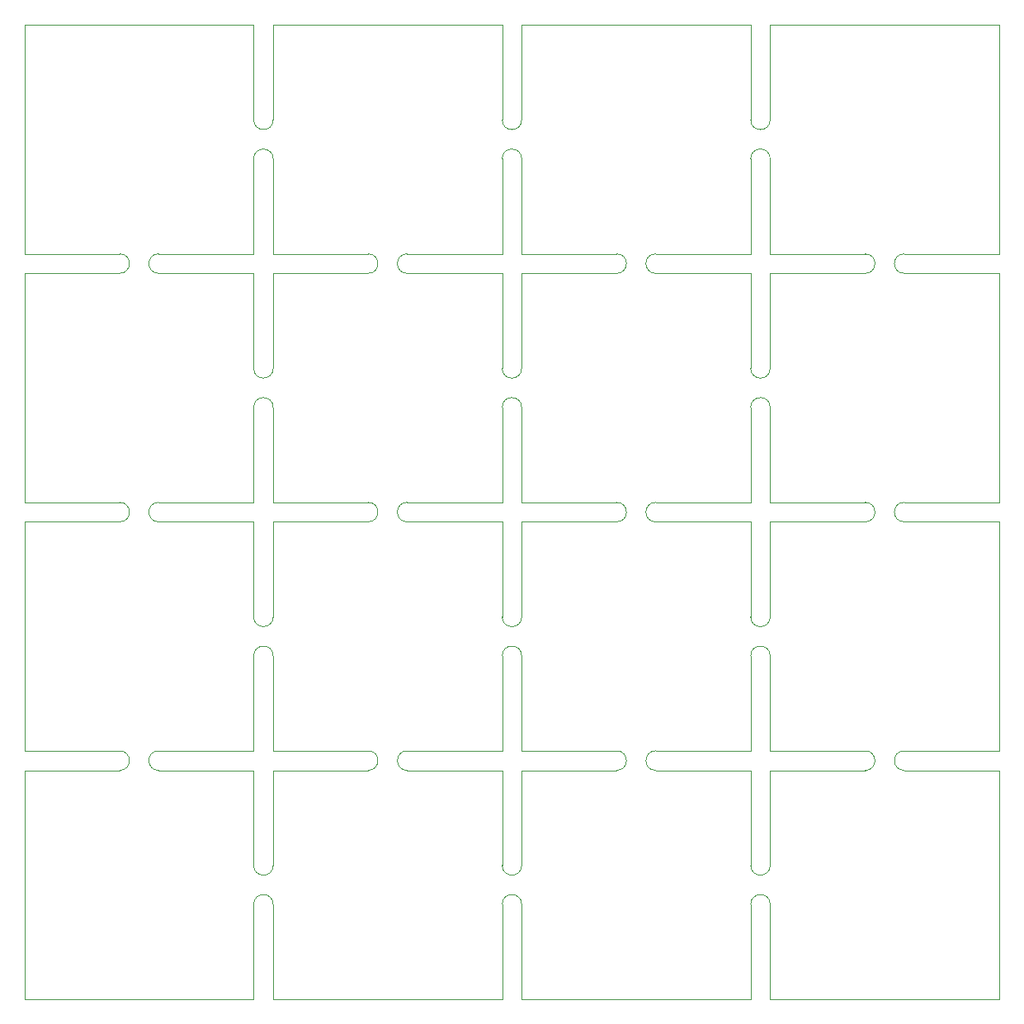
<source format=gbr>
G04 #@! TF.GenerationSoftware,KiCad,Pcbnew,(5.1.5)-3*
G04 #@! TF.CreationDate,2020-03-02T00:01:08+01:00*
G04 #@! TF.ProjectId,Powersavers,506f7765-7273-4617-9665-72732e6b6963,rev?*
G04 #@! TF.SameCoordinates,Original*
G04 #@! TF.FileFunction,Profile,NP*
%FSLAX46Y46*%
G04 Gerber Fmt 4.6, Leading zero omitted, Abs format (unit mm)*
G04 Created by KiCad (PCBNEW (5.1.5)-3) date 2020-03-02 00:01:08*
%MOMM*%
%LPD*%
G04 APERTURE LIST*
%ADD10C,0.050000*%
G04 APERTURE END LIST*
D10*
X116250000Y-30000000D02*
X120250000Y-30000000D01*
X90750000Y-30000000D02*
X94750000Y-30000000D01*
X65250000Y-30000000D02*
X69250000Y-30000000D01*
X39750000Y-30000000D02*
X43750000Y-30000000D01*
X30000000Y-39750000D02*
X30000000Y-43750000D01*
X30000000Y-65250000D02*
X30000000Y-69250000D01*
X30000000Y-90750000D02*
X30000000Y-94750000D01*
X30000000Y-120250000D02*
X30000000Y-116250000D01*
X39750000Y-130000000D02*
X43750000Y-130000000D01*
X69250000Y-130000000D02*
X65250000Y-130000000D01*
X94750000Y-130000000D02*
X90750000Y-130000000D01*
X120250000Y-130000000D02*
X116250000Y-130000000D01*
X130000000Y-116250000D02*
X130000000Y-120250000D01*
X130000000Y-90750000D02*
X130000000Y-94750000D01*
X130000000Y-65250000D02*
X130000000Y-69250000D01*
X130000000Y-39750000D02*
X130000000Y-43750000D01*
X106500000Y-120250000D02*
X106500000Y-130000000D01*
X81000000Y-120250000D02*
X81000000Y-130000000D01*
X55500000Y-120250000D02*
X55500000Y-130000000D01*
X30000000Y-120250000D02*
X30000000Y-130000000D01*
X106500000Y-94750000D02*
X106500000Y-104500000D01*
X81000000Y-94750000D02*
X81000000Y-104500000D01*
X55500000Y-94750000D02*
X55500000Y-104500000D01*
X30000000Y-94750000D02*
X30000000Y-104500000D01*
X106500000Y-69250000D02*
X106500000Y-79000000D01*
X81000000Y-69250000D02*
X81000000Y-79000000D01*
X55500000Y-69250000D02*
X55500000Y-79000000D01*
X30000000Y-69250000D02*
X30000000Y-79000000D01*
X106500000Y-43750000D02*
X106500000Y-53500000D01*
X81000000Y-43750000D02*
X81000000Y-53500000D01*
X55500000Y-43750000D02*
X55500000Y-53500000D01*
X130000000Y-106500000D02*
X120250000Y-106500000D01*
X104500000Y-106500000D02*
X94750000Y-106500000D01*
X79000000Y-106500000D02*
X69250000Y-106500000D01*
X53500000Y-106500000D02*
X43750000Y-106500000D01*
X130000000Y-81000000D02*
X120250000Y-81000000D01*
X104500000Y-81000000D02*
X94750000Y-81000000D01*
X79000000Y-81000000D02*
X69250000Y-81000000D01*
X53500000Y-81000000D02*
X43750000Y-81000000D01*
X130000000Y-55500000D02*
X120250000Y-55500000D01*
X104500000Y-55500000D02*
X94750000Y-55500000D01*
X79000000Y-55500000D02*
X69250000Y-55500000D01*
X53500000Y-55500000D02*
X43750000Y-55500000D01*
X130000000Y-30000000D02*
X120250000Y-30000000D01*
X104500000Y-30000000D02*
X94750000Y-30000000D01*
X79000000Y-30000000D02*
X69250000Y-30000000D01*
X130000000Y-130000000D02*
X120250000Y-130000000D01*
X104500000Y-130000000D02*
X94750000Y-130000000D01*
X79000000Y-130000000D02*
X69250000Y-130000000D01*
X53500000Y-130000000D02*
X43750000Y-130000000D01*
X130000000Y-104500000D02*
X120250000Y-104500000D01*
X104500000Y-104500000D02*
X94750000Y-104500000D01*
X79000000Y-104500000D02*
X69250000Y-104500000D01*
X53500000Y-104500000D02*
X43750000Y-104500000D01*
X130000000Y-79000000D02*
X120250000Y-79000000D01*
X104500000Y-79000000D02*
X94750000Y-79000000D01*
X79000000Y-79000000D02*
X69250000Y-79000000D01*
X53500000Y-79000000D02*
X43750000Y-79000000D01*
X130000000Y-53500000D02*
X120250000Y-53500000D01*
X104500000Y-53500000D02*
X94750000Y-53500000D01*
X79000000Y-53500000D02*
X69250000Y-53500000D01*
X106500000Y-106500000D02*
X106500000Y-116250000D01*
X81000000Y-106500000D02*
X81000000Y-116250000D01*
X55500000Y-106500000D02*
X55500000Y-116250000D01*
X30000000Y-106500000D02*
X30000000Y-116250000D01*
X106500000Y-81000000D02*
X106500000Y-90750000D01*
X81000000Y-81000000D02*
X81000000Y-90750000D01*
X55500000Y-81000000D02*
X55500000Y-90750000D01*
X30000000Y-81000000D02*
X30000000Y-90750000D01*
X106500000Y-55500000D02*
X106500000Y-65250000D01*
X81000000Y-55500000D02*
X81000000Y-65250000D01*
X55500000Y-55500000D02*
X55500000Y-65250000D01*
X30000000Y-55500000D02*
X30000000Y-65250000D01*
X106500000Y-30000000D02*
X106500000Y-39750000D01*
X81000000Y-30000000D02*
X81000000Y-39750000D01*
X55500000Y-30000000D02*
X55500000Y-39750000D01*
X106500000Y-130000000D02*
X116250000Y-130000000D01*
X81000000Y-130000000D02*
X90750000Y-130000000D01*
X55500000Y-130000000D02*
X65250000Y-130000000D01*
X30000000Y-130000000D02*
X39750000Y-130000000D01*
X106500000Y-104500000D02*
X116250000Y-104500000D01*
X81000000Y-104500000D02*
X90750000Y-104500000D01*
X55500000Y-104500000D02*
X65250000Y-104500000D01*
X30000000Y-104500000D02*
X39750000Y-104500000D01*
X106500000Y-79000000D02*
X116250000Y-79000000D01*
X81000000Y-79000000D02*
X90750000Y-79000000D01*
X55500000Y-79000000D02*
X65250000Y-79000000D01*
X30000000Y-79000000D02*
X39750000Y-79000000D01*
X106500000Y-53500000D02*
X116250000Y-53500000D01*
X81000000Y-53500000D02*
X90750000Y-53500000D01*
X55500000Y-53500000D02*
X65250000Y-53500000D01*
X104500000Y-120250000D02*
G75*
G02X106500000Y-120250000I1000000J0D01*
G01*
X79000000Y-120250000D02*
G75*
G02X81000000Y-120250000I1000000J0D01*
G01*
X53500000Y-120250000D02*
G75*
G02X55500000Y-120250000I1000000J0D01*
G01*
X104500000Y-94750000D02*
G75*
G02X106500000Y-94750000I1000000J0D01*
G01*
X79000000Y-94750000D02*
G75*
G02X81000000Y-94750000I1000000J0D01*
G01*
X53500000Y-94750000D02*
G75*
G02X55500000Y-94750000I1000000J0D01*
G01*
X104500000Y-69250000D02*
G75*
G02X106500000Y-69250000I1000000J0D01*
G01*
X79000000Y-69250000D02*
G75*
G02X81000000Y-69250000I1000000J0D01*
G01*
X53500000Y-69250000D02*
G75*
G02X55500000Y-69250000I1000000J0D01*
G01*
X104500000Y-43750000D02*
G75*
G02X106500000Y-43750000I1000000J0D01*
G01*
X79000000Y-43750000D02*
G75*
G02X81000000Y-43750000I1000000J0D01*
G01*
X53500000Y-43750000D02*
G75*
G02X55500000Y-43750000I1000000J0D01*
G01*
X106500000Y-116250000D02*
G75*
G02X104500000Y-116250000I-1000000J0D01*
G01*
X81000000Y-116250000D02*
G75*
G02X79000000Y-116250000I-1000000J0D01*
G01*
X55500000Y-116250000D02*
G75*
G02X53500000Y-116250000I-1000000J0D01*
G01*
X106500000Y-90750000D02*
G75*
G02X104500000Y-90750000I-1000000J0D01*
G01*
X81000000Y-90750000D02*
G75*
G02X79000000Y-90750000I-1000000J0D01*
G01*
X55500000Y-90750000D02*
G75*
G02X53500000Y-90750000I-1000000J0D01*
G01*
X106500000Y-65250000D02*
G75*
G02X104500000Y-65250000I-1000000J0D01*
G01*
X81000000Y-65250000D02*
G75*
G02X79000000Y-65250000I-1000000J0D01*
G01*
X55500000Y-65250000D02*
G75*
G02X53500000Y-65250000I-1000000J0D01*
G01*
X106500000Y-39750000D02*
G75*
G02X104500000Y-39750000I-1000000J0D01*
G01*
X81000000Y-39750000D02*
G75*
G02X79000000Y-39750000I-1000000J0D01*
G01*
X55500000Y-39750000D02*
G75*
G02X53500000Y-39750000I-1000000J0D01*
G01*
X120250000Y-106500000D02*
G75*
G02X120250000Y-104500000I0J1000000D01*
G01*
X94750000Y-106500000D02*
G75*
G02X94750000Y-104500000I0J1000000D01*
G01*
X69250000Y-106500000D02*
G75*
G02X69250000Y-104500000I0J1000000D01*
G01*
X43750000Y-106500000D02*
G75*
G02X43750000Y-104500000I0J1000000D01*
G01*
X120250000Y-81000000D02*
G75*
G02X120250000Y-79000000I0J1000000D01*
G01*
X94750000Y-81000000D02*
G75*
G02X94750000Y-79000000I0J1000000D01*
G01*
X69250000Y-81000000D02*
G75*
G02X69250000Y-79000000I0J1000000D01*
G01*
X43750000Y-81000000D02*
G75*
G02X43750000Y-79000000I0J1000000D01*
G01*
X120250000Y-55500000D02*
G75*
G02X120250000Y-53500000I0J1000000D01*
G01*
X94750000Y-55500000D02*
G75*
G02X94750000Y-53500000I0J1000000D01*
G01*
X69250000Y-55500000D02*
G75*
G02X69250000Y-53500000I0J1000000D01*
G01*
X43750000Y-55500000D02*
G75*
G02X43750000Y-53500000I0J1000000D01*
G01*
X116250000Y-104500000D02*
G75*
G02X116250000Y-106500000I0J-1000000D01*
G01*
X90750000Y-104500000D02*
G75*
G02X90750000Y-106500000I0J-1000000D01*
G01*
X65250000Y-104500000D02*
G75*
G02X65250000Y-106500000I0J-1000000D01*
G01*
X39750000Y-104500000D02*
G75*
G02X39750000Y-106500000I0J-1000000D01*
G01*
X116250000Y-79000000D02*
G75*
G02X116250000Y-81000000I0J-1000000D01*
G01*
X90750000Y-79000000D02*
G75*
G02X90750000Y-81000000I0J-1000000D01*
G01*
X65250000Y-79000000D02*
G75*
G02X65250000Y-81000000I0J-1000000D01*
G01*
X39750000Y-79000000D02*
G75*
G02X39750000Y-81000000I0J-1000000D01*
G01*
X116250000Y-53500000D02*
G75*
G02X116250000Y-55500000I0J-1000000D01*
G01*
X90750000Y-53500000D02*
G75*
G02X90750000Y-55500000I0J-1000000D01*
G01*
X65250000Y-53500000D02*
G75*
G02X65250000Y-55500000I0J-1000000D01*
G01*
X39750000Y-53500000D02*
G75*
G02X39750000Y-55500000I0J-1000000D01*
G01*
X130000000Y-130000000D02*
X130000000Y-120250000D01*
X104500000Y-130000000D02*
X104500000Y-120250000D01*
X79000000Y-130000000D02*
X79000000Y-120250000D01*
X53500000Y-130000000D02*
X53500000Y-120250000D01*
X130000000Y-104500000D02*
X130000000Y-94750000D01*
X104500000Y-104500000D02*
X104500000Y-94750000D01*
X79000000Y-104500000D02*
X79000000Y-94750000D01*
X53500000Y-104500000D02*
X53500000Y-94750000D01*
X130000000Y-79000000D02*
X130000000Y-69250000D01*
X104500000Y-79000000D02*
X104500000Y-69250000D01*
X79000000Y-79000000D02*
X79000000Y-69250000D01*
X53500000Y-79000000D02*
X53500000Y-69250000D01*
X130000000Y-53500000D02*
X130000000Y-43750000D01*
X104500000Y-53500000D02*
X104500000Y-43750000D01*
X79000000Y-53500000D02*
X79000000Y-43750000D01*
X130000000Y-116250000D02*
X130000000Y-106500000D01*
X104500000Y-116250000D02*
X104500000Y-106500000D01*
X79000000Y-116250000D02*
X79000000Y-106500000D01*
X53500000Y-116250000D02*
X53500000Y-106500000D01*
X130000000Y-90750000D02*
X130000000Y-81000000D01*
X104500000Y-90750000D02*
X104500000Y-81000000D01*
X79000000Y-90750000D02*
X79000000Y-81000000D01*
X53500000Y-90750000D02*
X53500000Y-81000000D01*
X130000000Y-65250000D02*
X130000000Y-55500000D01*
X104500000Y-65250000D02*
X104500000Y-55500000D01*
X79000000Y-65250000D02*
X79000000Y-55500000D01*
X53500000Y-65250000D02*
X53500000Y-55500000D01*
X130000000Y-39750000D02*
X130000000Y-30000000D01*
X104500000Y-39750000D02*
X104500000Y-30000000D01*
X79000000Y-39750000D02*
X79000000Y-30000000D01*
X116250000Y-106500000D02*
X106500000Y-106500000D01*
X90750000Y-106500000D02*
X81000000Y-106500000D01*
X65250000Y-106500000D02*
X55500000Y-106500000D01*
X39750000Y-106500000D02*
X30000000Y-106500000D01*
X116250000Y-81000000D02*
X106500000Y-81000000D01*
X90750000Y-81000000D02*
X81000000Y-81000000D01*
X65250000Y-81000000D02*
X55500000Y-81000000D01*
X39750000Y-81000000D02*
X30000000Y-81000000D01*
X116250000Y-55500000D02*
X106500000Y-55500000D01*
X90750000Y-55500000D02*
X81000000Y-55500000D01*
X65250000Y-55500000D02*
X55500000Y-55500000D01*
X39750000Y-55500000D02*
X30000000Y-55500000D01*
X116250000Y-30000000D02*
X106500000Y-30000000D01*
X90750000Y-30000000D02*
X81000000Y-30000000D01*
X65250000Y-30000000D02*
X55500000Y-30000000D01*
X53500000Y-53500000D02*
X53500000Y-43750000D01*
X30000000Y-30000000D02*
X30000000Y-39750000D01*
X53500000Y-53500000D02*
X43750000Y-53500000D01*
X53500000Y-30000000D02*
X43750000Y-30000000D01*
X39750000Y-30000000D02*
X30000000Y-30000000D01*
X53500000Y-39750000D02*
X53500000Y-30000000D01*
X30000000Y-53500000D02*
X39750000Y-53500000D01*
X30000000Y-43750000D02*
X30000000Y-53500000D01*
M02*

</source>
